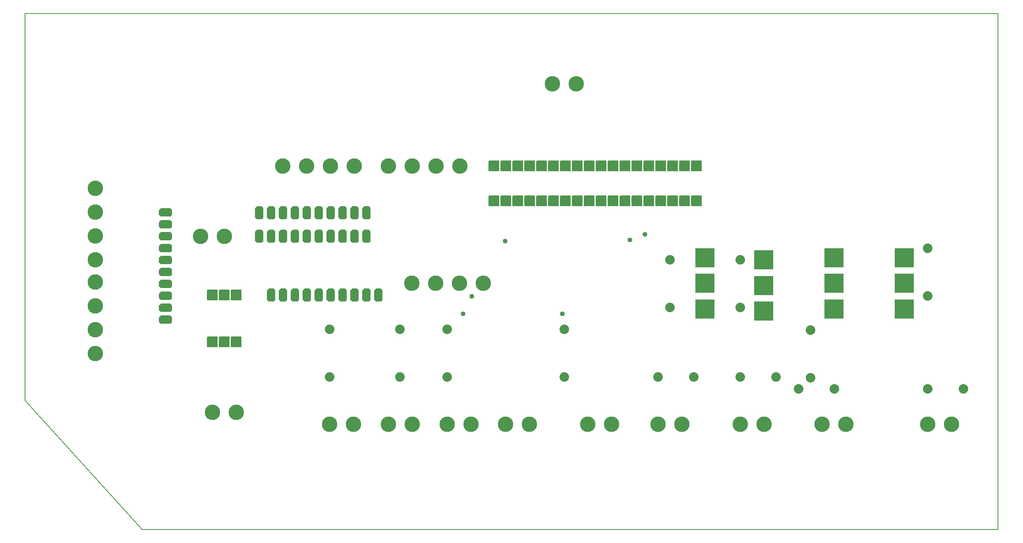
<source format=gbr>
G04 PROTEUS GERBER X2 FILE*
%TF.GenerationSoftware,Labcenter,Proteus,8.7-SP3-Build25561*%
%TF.CreationDate,2020-08-12T13:03:35+00:00*%
%TF.FileFunction,Soldermask,Bot*%
%TF.FilePolarity,Negative*%
%TF.Part,Single*%
%TF.SameCoordinates,{83fe10cb-d733-4169-9c25-5540115bc659}*%
%FSLAX45Y45*%
%MOMM*%
G01*
%TA.AperFunction,Material*%
%ADD71C,1.016000*%
%AMPPAD012*
4,1,36,
-1.016000,1.143000,
1.016000,1.143000,
1.041970,1.140470,
1.065980,1.133200,
1.087580,1.121650,
1.106290,1.106290,
1.121650,1.087570,
1.133200,1.065980,
1.140470,1.041970,
1.143000,1.016000,
1.143000,-1.016000,
1.140470,-1.041970,
1.133200,-1.065980,
1.121650,-1.087570,
1.106290,-1.106290,
1.087580,-1.121650,
1.065980,-1.133200,
1.041970,-1.140470,
1.016000,-1.143000,
-1.016000,-1.143000,
-1.041970,-1.140470,
-1.065980,-1.133200,
-1.087580,-1.121650,
-1.106290,-1.106290,
-1.121650,-1.087570,
-1.133200,-1.065980,
-1.140470,-1.041970,
-1.143000,-1.016000,
-1.143000,1.016000,
-1.140470,1.041970,
-1.133200,1.065980,
-1.121650,1.087570,
-1.106290,1.106290,
-1.087580,1.121650,
-1.065980,1.133200,
-1.041970,1.140470,
-1.016000,1.143000,
0*%
%TA.AperFunction,Material*%
%ADD20PPAD012*%
%TA.AperFunction,Material*%
%ADD21C,3.302000*%
%AMPPAD014*
4,1,8,
-1.397000,-0.509800,
-1.397000,0.509800,
-1.017800,0.889000,
1.017800,0.889000,
1.397000,0.509800,
1.397000,-0.509800,
1.017800,-0.889000,
-1.017800,-0.889000,
-1.397000,-0.509800,
0*%
%TA.AperFunction,Material*%
%ADD22PPAD014*%
%AMPPAD015*
4,1,8,
-0.509800,1.397000,
0.509800,1.397000,
0.889000,1.017800,
0.889000,-1.017800,
0.509800,-1.397000,
-0.509800,-1.397000,
-0.889000,-1.017800,
-0.889000,1.017800,
-0.509800,1.397000,
0*%
%ADD23PPAD015*%
%TA.AperFunction,Material*%
%ADD24C,2.032000*%
%AMPPAD017*
4,1,36,
-2.032000,-1.905000,
-2.032000,1.905000,
-2.029470,1.930970,
-2.022200,1.954980,
-2.010650,1.976580,
-1.995290,1.995290,
-1.976570,2.010650,
-1.954980,2.022200,
-1.930970,2.029470,
-1.905000,2.032000,
1.905000,2.032000,
1.930970,2.029470,
1.954980,2.022200,
1.976570,2.010650,
1.995290,1.995290,
2.010650,1.976580,
2.022200,1.954980,
2.029470,1.930970,
2.032000,1.905000,
2.032000,-1.905000,
2.029470,-1.930970,
2.022200,-1.954980,
2.010650,-1.976580,
1.995290,-1.995290,
1.976570,-2.010650,
1.954980,-2.022200,
1.930970,-2.029470,
1.905000,-2.032000,
-1.905000,-2.032000,
-1.930970,-2.029470,
-1.954980,-2.022200,
-1.976570,-2.010650,
-1.995290,-1.995290,
-2.010650,-1.976580,
-2.022200,-1.954980,
-2.029470,-1.930970,
-2.032000,-1.905000,
0*%
%TA.AperFunction,Material*%
%ADD25PPAD017*%
%TA.AperFunction,Profile*%
%ADD18C,0.203200*%
%TD.AperFunction*%
D71*
X-603667Y+6672007D03*
X-283419Y+6796373D03*
X-3256137Y+6645681D03*
X-3967619Y+5471587D03*
X-4155000Y+5100900D03*
X-2042567Y+5100900D03*
D20*
X-3500000Y+8250000D03*
X-3246000Y+8250000D03*
X-2992000Y+8250000D03*
X-2738000Y+8250000D03*
X-2484000Y+8250000D03*
X-2230000Y+8250000D03*
X-1976000Y+8250000D03*
X-1722000Y+8250000D03*
X-1468000Y+8250000D03*
X-1214000Y+8250000D03*
X-960000Y+8250000D03*
X-706000Y+8250000D03*
X-452000Y+8250000D03*
X-198000Y+8250000D03*
X+56000Y+8250000D03*
X+310000Y+8250000D03*
X+564000Y+8250000D03*
X+818000Y+8250000D03*
X-3500000Y+7500000D03*
X-3246000Y+7500000D03*
X-2992000Y+7500000D03*
X-2738000Y+7500000D03*
X-2484000Y+7500000D03*
X-2230000Y+7500000D03*
X-1976000Y+7500000D03*
X-1722000Y+7500000D03*
X-1468000Y+7500000D03*
X-1214000Y+7500000D03*
X-960000Y+7500000D03*
X-706000Y+7500000D03*
X-452000Y+7500000D03*
X-198000Y+7500000D03*
X+56000Y+7500000D03*
X+310000Y+7500000D03*
X+564000Y+7500000D03*
X+818000Y+7500000D03*
D21*
X-8992000Y+3000000D03*
X-9500000Y+3000000D03*
D20*
X-8996000Y+4500000D03*
X-9250000Y+4500000D03*
X-9504000Y+4500000D03*
X-8996000Y+5500000D03*
X-9250000Y+5500000D03*
X-9504000Y+5500000D03*
D22*
X-10500000Y+4976000D03*
X-10500000Y+5230000D03*
X-10500000Y+5484000D03*
X-10500000Y+5738000D03*
X-10500000Y+5992000D03*
X-10500000Y+6246000D03*
X-10500000Y+6500000D03*
X-10500000Y+6754000D03*
X-10500000Y+7008000D03*
X-10500000Y+7262000D03*
D21*
X-9750000Y+6750000D03*
X-9242000Y+6750000D03*
D23*
X-8250000Y+5500000D03*
X-7996000Y+5500000D03*
X-7742000Y+5500000D03*
X-7488000Y+5500000D03*
X-7234000Y+5500000D03*
X-6980000Y+5500000D03*
X-6726000Y+5500000D03*
X-6472000Y+5500000D03*
X-6218000Y+5500000D03*
X-5964000Y+5500000D03*
D21*
X-7000000Y+2750000D03*
X-6492000Y+2750000D03*
X-5750000Y+2750000D03*
X-5242000Y+2750000D03*
X-4500000Y+2750000D03*
X-3992000Y+2750000D03*
D23*
X-8500000Y+6750000D03*
X-8246000Y+6750000D03*
X-7992000Y+6750000D03*
X-7738000Y+6750000D03*
X-7484000Y+6750000D03*
X-7230000Y+6750000D03*
X-6976000Y+6750000D03*
X-6722000Y+6750000D03*
X-6468000Y+6750000D03*
X-6214000Y+6750000D03*
X-8500000Y+7250000D03*
X-8246000Y+7250000D03*
X-7992000Y+7250000D03*
X-7738000Y+7250000D03*
X-7484000Y+7250000D03*
X-7230000Y+7250000D03*
X-6976000Y+7250000D03*
X-6722000Y+7250000D03*
X-6468000Y+7250000D03*
X-6214000Y+7250000D03*
D21*
X-1500000Y+2750000D03*
X-992000Y+2750000D03*
X-5750000Y+8250000D03*
X-5242000Y+8250000D03*
X-4734000Y+8250000D03*
X-4226000Y+8250000D03*
X-8000000Y+8250000D03*
X-7492000Y+8250000D03*
X-6984000Y+8250000D03*
X-6476000Y+8250000D03*
X-12000000Y+6250000D03*
X-12000000Y+6758000D03*
X-12000000Y+7266000D03*
X-12000000Y+7774000D03*
X-12000000Y+4250000D03*
X-12000000Y+4758000D03*
X-12000000Y+5266000D03*
X-12000000Y+5774000D03*
X-2250000Y+10000000D03*
X-1742000Y+10000000D03*
D24*
X-7000000Y+3750000D03*
X-7000000Y+4766000D03*
X-5500000Y+3750000D03*
X-5500000Y+4766000D03*
X-4500000Y+3750000D03*
X-4500000Y+4766000D03*
D21*
X-3250000Y+2750000D03*
X-2742000Y+2750000D03*
D24*
X-2000000Y+3750000D03*
X-2000000Y+4766000D03*
D21*
X+0Y+2750000D03*
X+508000Y+2750000D03*
X+1750000Y+2750000D03*
X+2258000Y+2750000D03*
X+3500000Y+2750000D03*
X+4008000Y+2750000D03*
X+5750000Y+2750000D03*
X+6258000Y+2750000D03*
D25*
X+1000000Y+5203900D03*
X+1000000Y+5750000D03*
X+1000000Y+6296100D03*
X+2250000Y+5157800D03*
X+2250000Y+5703900D03*
X+2250000Y+6250000D03*
X+3750000Y+5203900D03*
X+3750000Y+5750000D03*
X+3750000Y+6296100D03*
X+5250000Y+5203900D03*
X+5250000Y+5750000D03*
X+5250000Y+6296100D03*
D24*
X+3250000Y+4750000D03*
X+3250000Y+3734000D03*
X+762000Y+3750000D03*
X+0Y+3750000D03*
X+2512000Y+3750000D03*
X+1750000Y+3750000D03*
X+3762000Y+3500000D03*
X+3000000Y+3500000D03*
X+6512000Y+3500000D03*
X+5750000Y+3500000D03*
X+250000Y+6250000D03*
X+250000Y+5234000D03*
X+1750000Y+6250000D03*
X+1750000Y+5234000D03*
X+5750000Y+6500000D03*
X+5750000Y+5484000D03*
D21*
X-5250000Y+5750000D03*
X-4742000Y+5750000D03*
X-4234000Y+5750000D03*
X-3726000Y+5750000D03*
D18*
X-13500000Y+11500000D02*
X+7250000Y+11500000D01*
X+7250000Y+500000D01*
X-11000000Y+500000D01*
X-13500000Y+11500000D02*
X-13500000Y+3250000D01*
X-11000000Y+500000D01*
M02*

</source>
